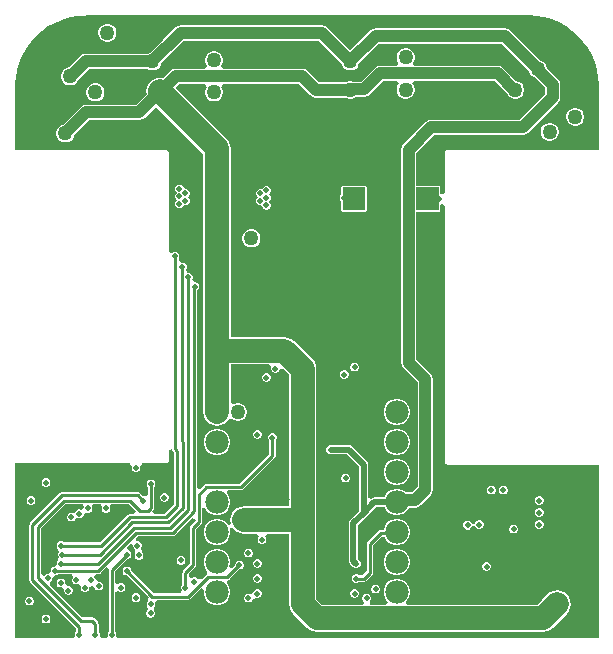
<source format=gbl>
%FSTAX23Y23*%
%MOIN*%
%SFA1B1*%

%IPPOS*%
%ADD15C,0.020000*%
%ADD51C,0.040000*%
%ADD52C,0.010000*%
%ADD53C,0.059055*%
%ADD54R,0.059055X0.059055*%
%ADD55C,0.077953*%
%ADD56C,0.019685*%
%ADD57C,0.050000*%
%ADD58C,0.118110*%
%ADD59C,0.080000*%
%LNhsmm-1*%
%LPD*%
G36*
X00735Y00974D02*
X00739Y00973D01*
X00748Y00973*
X00765Y00972*
X00791Y00967*
X00816Y0096*
X0084Y0095*
X00863Y00937*
X00885Y00922*
X00905Y00905*
X00922Y00885*
X00937Y00863*
X0095Y0084*
X0096Y00816*
X00967Y00791*
X00972Y00765*
X00973Y00748*
X00973Y00739*
X00974Y00735*
X00974Y00734*
Y00525*
X0047*
X00466Y00524*
X00462Y00522*
X0046Y00518*
X00459Y00515*
Y00382*
X00449Y00376*
X00445Y00379*
Y004*
X00443Y00403*
X0044Y00405*
X00365*
Y00435*
Y00514*
X00425Y00574*
X0072*
X00729Y00576*
X00738Y00581*
X00838Y00681*
X00843Y0069*
X00845Y007*
Y00742*
X00843Y00752*
X00838Y0076*
X008Y00798*
Y00798*
X00797Y00806*
X00794Y00813*
X00788Y00819*
X00781Y00822*
X00776Y00824*
X00678Y00923*
X00669Y00928*
X0066Y0093*
X0023*
X0022Y00928*
X00211Y00923*
X00145Y00856*
X00068Y00933*
X00059Y00938*
X0005Y0094*
X-0042*
X-00429Y00938*
X-00438Y00933*
X-00521Y00849*
X-00526Y00847*
X-0053Y00845*
X-00737*
X-00747Y00843*
X-00755Y00838*
X-00793Y008*
X-00793*
X-00801Y00797*
X-00808Y00794*
X-00814Y00788*
X-00817Y00781*
X-0082Y00773*
Y00766*
X-00817Y00758*
X-00814Y00751*
X-00808Y00745*
X-00801Y00742*
X-00793Y0074*
X-00786*
X-00778Y00742*
X-00771Y00745*
X-00765Y00751*
X-00762Y00758*
X-00761Y00759*
X-00726Y00794*
X-0053*
X-00526Y00792*
X-00518Y0079*
X-00511*
X-00503Y00792*
X-00496Y00795*
X-0049Y00801*
X-00487Y00808*
X-00485Y00813*
X-00409Y00889*
X00039*
X00115Y00813*
X00117Y00808*
X0012Y00801*
X00126Y00795*
X00133Y00792*
X00141Y0079*
X00148*
X00156Y00792*
X00163Y00795*
X00169Y00801*
X00172Y00808*
X00174Y00813*
X0024Y00879*
X00649*
X0074Y00788*
X00742Y00783*
X00745Y00776*
X00751Y0077*
X00758Y00767*
X00759Y00766*
X00794Y00731*
Y0071*
X00709Y00625*
X00415*
X00405Y00623*
X00396Y00618*
X00321Y00543*
X00316Y00534*
X00314Y00525*
Y00435*
Y-00185*
X00316Y-00194*
X00321Y-00203*
X00369Y-0025*
Y-00599*
X00351Y-00617*
X00329*
X00327Y-00614*
X00316Y-00609*
X00305Y-00606*
X00294*
X00283Y-00609*
X00272Y-00614*
X00264Y-00622*
X00259Y-00633*
X00258Y-00634*
X00225*
X00219Y-00635*
X00215Y-00638*
X00207Y-00636*
X00205Y-00635*
Y-00525*
X00204Y-00519*
X002Y-00514*
X0015Y-00464*
X00145Y-0046*
X0014Y-00459*
X0008*
X00077Y-0046*
X00077*
X00076Y-0046*
X00074Y-0046*
X00072Y-00462*
X00071Y-00462*
X00071Y-00462*
X00069Y-00464*
X00067Y-00466*
X00067Y-00466*
X00067Y-00467*
X00065Y-00469*
X00065Y-00471*
X00065Y-00472*
Y-00472*
X00064Y-00475*
X00065Y-00477*
Y-00477*
X00065Y-00478*
X00065Y-0048*
X00067Y-00482*
X00067Y-00483*
X00067Y-00483*
X00069Y-00485*
X00071Y-00487*
X00071Y-00487*
X00072Y-00487*
X00074Y-00489*
X00076Y-00489*
X00077Y-00489*
X00077*
X0008Y-0049*
X00133*
X00174Y-00531*
Y-00678*
X00144Y-00709*
X0014Y-00714*
X00139Y-0072*
Y-00845*
X0014Y-0085*
X00144Y-00855*
X00154Y-00865*
X00156Y-00867*
X00156Y-00867*
X00157Y-00867*
X00159Y-00869*
X00161Y-00869*
X00162Y-00869*
X00162*
X00165Y-0087*
X00167Y-00869*
X00167*
X00168Y-00869*
X0017Y-00869*
X00172Y-00867*
X00173Y-00867*
X00173Y-00867*
X00175Y-00865*
X00177Y-00863*
X00177Y-00863*
X00177Y-00862*
X00179Y-0086*
X00179Y-00858*
X00179Y-00857*
Y-00857*
X0018Y-00855*
X00179Y-00852*
Y-00852*
X00179Y-00851*
X00179Y-00849*
X00177Y-00847*
X00177Y-00846*
X00177Y-00846*
X00175Y-00844*
X0017Y-00838*
Y-00726*
X002Y-00695*
X00231Y-00665*
X00258*
X00259Y-00666*
X00264Y-00677*
X00272Y-00685*
X00283Y-0069*
X00294Y-00693*
X00305*
X00316Y-0069*
X00327Y-00685*
X00335Y-00677*
X0034Y-00668*
X00362*
X00372Y-00666*
X0038Y-0066*
X00413Y-00628*
X00418Y-00619*
X0042Y-0061*
Y-0024*
X00418Y-0023*
X00413Y-00221*
X00365Y-00174*
Y00319*
X0044*
X00443Y00321*
X00445Y00325*
Y0034*
X00449Y00343*
X00459Y00337*
Y-00515*
X0046Y-00518*
X00462Y-00522*
X00466Y-00524*
X0047Y-00525*
X00974*
Y-01104*
X-00628*
X-00635Y-01095*
Y-01089*
X-00637Y-01083*
X-00639Y-01081*
Y-0095*
X-00629Y-00946*
X-00628Y-00947*
X-00622Y-00949*
X-00617*
X-00611Y-00947*
X-00607Y-00943*
X-00605Y-00937*
Y-00932*
X-00607Y-00926*
X-00611Y-00922*
X-00617Y-0092*
X-00622*
X-00628Y-00922*
X-00629Y-00923*
X-00639Y-00919*
Y-00879*
X-006Y-00839*
X-00597*
X-00591Y-00837*
X-00587Y-00833*
X-00585Y-00827*
Y-00822*
X-00587Y-00816*
X-00591Y-00812*
X-00597Y-0081*
X-006Y-008*
X-00589Y-00788*
X-00583Y-0079*
X-00579Y-00793*
Y-00797*
X-00577Y-00803*
X-00574Y-00806*
X-00573Y-00807*
X-00572Y-00818*
X-00572Y-00818*
X-00574Y-00823*
Y-00829*
X-00572Y-00835*
X-00568Y-00839*
X-00563Y-00841*
X-00557*
X-00551Y-00839*
X-00547Y-00835*
X-00545Y-00829*
Y-00823*
X-00547Y-00818*
X-0055Y-00815*
X-00551Y-00814*
X-00552Y-00803*
X-00552Y-00803*
X-0055Y-00797*
Y-00792*
X-00552Y-00786*
X-00556Y-00782*
X-00562Y-0078*
X-00566*
X-00569Y-00776*
X-00571Y-0077*
X-00563Y-00763*
X-00447*
X-00443Y-00762*
X-0044Y-0076*
X-00382Y-00702*
X-00372Y-00706*
X-00371Y-00712*
X-00387Y-00727*
X-00389Y-00731*
X-0039Y-00735*
Y-00855*
X-00412Y-00877*
X-00414Y-00881*
X-00415Y-00885*
Y-00924*
X-00417Y-00926*
X-00419Y-00932*
Y-00937*
X-00417Y-00943*
X-00416Y-00944*
X-0042Y-00954*
X-0051*
X-00585Y-0088*
Y-00877*
X-00587Y-00871*
X-00591Y-00867*
X-00597Y-00865*
X-00602*
X-00608Y-00867*
X-00612Y-00871*
X-00614Y-00877*
Y-00882*
X-00612Y-00888*
X-00608Y-00892*
X-00602Y-00894*
X-00599*
X-00527Y-00966*
X-00528Y-00977*
X-00529Y-00978*
X-00532Y-00981*
X-00534Y-00987*
Y-00992*
X-00532Y-00998*
X-00532Y-00998*
X-0053Y-01005*
X-00532Y-01011*
X-00533Y-01011*
X-00535Y-01017*
Y-01023*
X-00533Y-01028*
X-00529Y-01032*
X-00524Y-01035*
X-00518*
X-00512Y-01032*
X-00508Y-01028*
X-00506Y-01023*
Y-01017*
X-00508Y-01012*
X-00508Y-01011*
X-0051Y-01004*
X-00508Y-00999*
X-00507Y-00998*
X-00505Y-00992*
Y-00987*
X-00505Y-00985*
X-00501Y-00976*
X-005Y-00975*
X-00395*
X-00391Y-00974*
X-00387Y-00972*
X-00352Y-00936*
X-00343Y-00941*
X-00343Y-00944*
Y-00955*
X-0034Y-00966*
X-00335Y-00977*
X-00327Y-00985*
X-00316Y-0099*
X-00305Y-00993*
X-00294*
X-00283Y-0099*
X-00272Y-00985*
X-00264Y-00977*
X-00259Y-00966*
X-00256Y-00955*
Y-00944*
X-00259Y-00933*
X-00264Y-00922*
X-00267Y-0092*
X-00265Y-00913*
X-00263Y-00909*
X-00261Y-00909*
X-00257Y-00907*
X-00225Y-00874*
X-00222*
X-00216Y-00872*
X-00212Y-00868*
X-0021Y-00862*
Y-00857*
X-00212Y-00851*
X-00216Y-00847*
X-00222Y-00845*
X-00227*
X-00233Y-00847*
X-00237Y-00851*
X-00239Y-00857*
Y-0086*
X-0025Y-0087*
X-00252Y-00869*
X-00258Y-00864*
X-00256Y-00855*
Y-00844*
X-00259Y-00833*
X-00264Y-00822*
X-00272Y-00814*
X-00283Y-00809*
X-00294Y-00806*
X-00305*
X-00316Y-00809*
X-00327Y-00814*
X-00335Y-00822*
X-0034Y-00833*
X-00343Y-00844*
Y-00855*
X-0034Y-00866*
X-00335Y-00877*
X-00332Y-0088*
X-00333Y-00888*
X-00335Y-00891*
X-00337Y-00892*
X-00351Y-00907*
X-00362Y-00906*
X-00366Y-00902*
X-00372Y-009*
X-00377*
X-00383Y-00902*
X-00384Y-00903*
X-00394Y-00899*
Y-00889*
X-00372Y-00867*
X-0037Y-00863*
X-00369Y-0086*
Y-00739*
X-00352Y-00722*
X-0035Y-00718*
X-00349Y-00715*
Y-0067*
X-00339Y-00669*
X-00335Y-00677*
X-00327Y-00685*
X-00316Y-0069*
X-00305Y-00693*
X-00294*
X-00283Y-0069*
X-00272Y-00685*
X-00264Y-00677*
X-00259Y-00666*
X-00256Y-00655*
Y-00644*
X-00259Y-00633*
X-00264Y-00622*
X-00267Y-0062*
X-00263Y-0061*
X-0022*
X-00216Y-00609*
X-00212Y-00607*
X-00107Y-00502*
X-00105Y-00498*
X-00104Y-00495*
Y-00445*
X-00102Y-00443*
X-001Y-00437*
Y-00432*
X-00102Y-00426*
X-00106Y-00422*
X-00112Y-0042*
X-00117*
X-00123Y-00422*
X-00127Y-00426*
X-00129Y-00432*
Y-00437*
X-00127Y-00443*
X-00125Y-00445*
Y-0049*
X-00224Y-00589*
X-00335*
X-00338Y-0059*
X-00342Y-00592*
X-00356Y-00606*
X-00365Y-00602*
Y00056*
X-00365Y00056*
X-00361Y0006*
X-00358Y00065*
Y00071*
X-00361Y00077*
X-00365Y00081*
X-0037Y00083*
X-00376*
X-00377Y00084*
X-00381Y0009*
X-00382Y00091*
X-0038Y00097*
Y00102*
X-00382Y00108*
X-00386Y00112*
X-00392Y00114*
X-00397*
X-00399Y00115*
X-00402Y00126*
X-004Y00132*
Y00137*
X-00402Y00143*
X-00406Y00147*
X-00412Y00149*
X-00417*
X-00425Y00156*
X-00427Y00161*
X-00425Y00167*
Y00172*
X-00427Y00178*
X-00431Y00182*
X-00437Y00184*
X-00442*
X-00448Y00182*
X-00449Y00181*
X-00459Y00185*
Y00515*
X-0046Y00518*
X-00462Y00522*
X-00466Y00524*
X-0047Y00525*
X-00974*
Y00585*
Y00732*
X-00973Y00734*
X-00972Y00738*
X-00972Y00747*
X-00971Y00764*
X-00967Y0079*
X-00959Y00815*
X-00949Y00839*
X-00936Y00862*
X-00921Y00884*
X-00904Y00904*
X-00884Y00921*
X-00862Y00936*
X-00839Y00949*
X-00815Y00959*
X-0079Y00967*
X-00764Y00971*
X-00747Y00972*
X-00738Y00972*
X-00734Y00973*
X-00732Y00974*
X00734*
X00735Y00974*
G37*
G36*
X0044Y00325D02*
X00365D01*
Y004*
X0044*
Y00325*
G37*
G36*
X-00449Y-00476D02*
X-00447Y-00479D01*
X-00442Y-00484*
Y-00657*
X-00474Y-00688*
X-00511*
X-00515Y-00678*
X-00512Y-00676*
X-0051Y-00673*
X-00509Y-00669*
Y-006*
X-00507Y-00598*
X-00505Y-00592*
Y-00587*
X-00507Y-00581*
X-00511Y-00577*
X-00517Y-00575*
X-00522*
X-00528Y-00577*
X-00532Y-00581*
X-00534Y-00587*
Y-00592*
X-00532Y-00598*
X-0053Y-006*
Y-00625*
X-00531Y-00626*
X-0054Y-0063*
X-00542Y-0063*
X-00545*
X-00555Y-00619*
X-00559Y-00617*
X-00563Y-00616*
X-00817*
X-0082Y-00617*
X-00824Y-00619*
X-00922Y-00717*
X-00924Y-00721*
X-00925Y-00725*
Y-0091*
X-00924Y-00913*
X-00922Y-00917*
X-0077Y-01069*
Y-01081*
X-00772Y-01083*
X-00774Y-01089*
Y-01095*
X-00781Y-01104*
X-00974*
Y-0052*
X-00589*
X-00588Y-00521*
X-00584Y-0053*
X-00584Y-00532*
Y-00537*
X-00582Y-00543*
X-00578Y-00547*
X-00572Y-00549*
X-00567*
X-00561Y-00547*
X-00557Y-00543*
X-00555Y-00537*
Y-00532*
X-00555Y-0053*
X-00551Y-00521*
X-0055Y-0052*
X-0047*
X-00466Y-00519*
X-00462Y-00517*
X-0046Y-00513*
X-00459Y-0051*
Y-00475*
X-00449Y-00474*
X-00449Y-00476*
G37*
G36*
X-00571Y-00678D02*
X-00575Y-00688D01*
X-0059*
X-00594Y-00689*
X-00597Y-00691*
X-0069Y-00784*
X-00809*
X-00811Y-00782*
X-00817Y-0078*
X-00822*
X-00828Y-00782*
X-00832Y-00786*
X-00834Y-00792*
Y-00797*
X-00832Y-00803*
X-00828Y-00807*
X-00827Y-00816*
X-00829Y-00822*
Y-00827*
X-00827Y-00833*
X-00828Y-00842*
X-00832Y-00846*
X-00834Y-00852*
Y-00855*
X-00835Y-00858*
X-00842Y-00865*
X-00842*
X-00848Y-00867*
X-00852Y-00871*
X-00854Y-00877*
Y-0088*
X-00858Y-00885*
X-00863Y-00888*
X-00866*
X-00872Y-00891*
X-00876Y-00895*
X-00877Y-00895*
X-00886Y-0089*
Y-00736*
X-00805Y-00655*
X-00749*
X-00747Y-00657*
X-00743Y-00665*
X-00744Y-00667*
Y-00669*
X-00745Y-0067*
X-00754Y-00675*
X-00756Y-00674*
X-00762*
X-00767Y-00676*
X-00772Y-00681*
X-00775Y-00686*
X-00782Y-00685*
X-00787*
X-00793Y-00687*
X-00797Y-00691*
X-00799Y-00697*
Y-00702*
X-00797Y-00708*
X-00793Y-00712*
X-00787Y-00714*
X-00782*
X-00776Y-00712*
X-00772Y-00708*
X-00768Y-00703*
X-00762Y-00704*
X-00756*
X-00751Y-00702*
X-00746Y-00697*
X-00744Y-00692*
Y-0069*
X-00743Y-00689*
X-00735Y-00684*
X-00732Y-00685*
X-00727*
X-00721Y-00683*
X-00717Y-00679*
X-00715Y-00673*
Y-00667*
X-00716Y-00665*
X-00712Y-00657*
X-0071Y-00655*
X-00689*
X-00687Y-00657*
X-00683Y-00665*
X-00684Y-00667*
Y-00673*
X-00682Y-00679*
X-00678Y-00683*
X-00672Y-00685*
X-00667*
X-00661Y-00683*
X-00657Y-00679*
X-00655Y-00673*
Y-00667*
X-00656Y-00665*
X-00652Y-00657*
X-0065Y-00655*
X-00594*
X-00571Y-00678*
G37*
G36*
X-00659Y-00873D02*
X-0066Y-00875D01*
Y-01081*
X-00662Y-01083*
X-00664Y-01089*
Y-01095*
X-00671Y-01104*
X-00683*
X-0069Y-01095*
Y-01089*
X-00692Y-01083*
X-00694Y-01081*
Y-01055*
X-00695Y-01051*
X-00697Y-01047*
X-00707Y-01037*
X-00711Y-01035*
X-00715Y-01034*
X-0075*
X-00857Y-00927*
X-00855Y-00916*
X-00851Y-00912*
X-00848Y-00906*
Y-00903*
X-00845Y-00898*
X-0084Y-00894*
X-00837*
X-00831Y-00892*
X-00829Y-0089*
X-00784*
X-0078Y-009*
X-00781Y-00901*
X-00784Y-00907*
Y-00912*
X-00781Y-00918*
X-00777Y-00922*
X-00772Y-00924*
X-00766*
X-00761Y-00922*
X-00758Y-00924*
X-00753Y-00929*
X-00754Y-00932*
Y-00937*
X-00752Y-00943*
X-00748Y-00947*
X-00742Y-00949*
X-00737*
X-00731Y-00947*
X-00727Y-00943*
X-00725Y-00937*
Y-00934*
X-00724Y-00931*
X-00717Y-00925*
X-00716Y-00925*
X-00709Y-00932*
Y-00932*
X-00706Y-00938*
X-00702Y-00942*
X-00697Y-00944*
X-00691*
X-00685Y-00942*
X-00681Y-00938*
X-00679Y-00932*
Y-00927*
X-00681Y-00921*
X-00685Y-00917*
X-00691Y-00915*
X-00695*
X-00697Y-00914*
X-00705Y-00907*
Y-00907*
X-00707Y-00901*
X-00708Y-009*
X-00704Y-0089*
X-00695*
X-00691Y-00889*
X-00687Y-00887*
X-00668Y-00867*
X-00659Y-00873*
G37*
%LNhsmm-2*%
%LPC*%
G36*
X-00661Y00945D02*
X-00668D01*
X-00676Y00942*
X-00683Y00939*
X-00689Y00933*
X-00692Y00926*
X-00695Y00918*
Y00911*
X-00692Y00903*
X-00689Y00896*
X-00683Y0089*
X-00676Y00887*
X-00668Y00885*
X-00661*
X-00653Y00887*
X-00646Y0089*
X-0064Y00896*
X-00637Y00903*
X-00635Y00911*
Y00918*
X-00637Y00926*
X-0064Y00933*
X-00646Y00939*
X-00653Y00942*
X-00661Y00945*
G37*
G36*
X00333Y00863D02*
X00326D01*
X00318Y0086*
X00311Y00857*
X00305Y00851*
X00302Y00844*
X003Y00836*
Y00829*
X00302Y00821*
X00305Y00815*
X00304Y00811*
X003Y00805*
X00245*
X00235Y00803*
X00226Y00798*
X00181Y00752*
X00157*
X00156Y00752*
X00148Y00755*
X00141*
X00133Y00752*
X00129Y0075*
X0004*
X00003Y00788*
X-00005Y00793*
X-00015Y00795*
X-0028*
X-00284Y00801*
X-00285Y00805*
X-00282Y00811*
X-0028Y00819*
Y00826*
X-00282Y00834*
X-00285Y00841*
X-00291Y00847*
X-00298Y0085*
X-00306Y00853*
X-00313*
X-00321Y0085*
X-00328Y00847*
X-00334Y00841*
X-00337Y00834*
X-0034Y00826*
Y00819*
X-00337Y00811*
X-00334Y00805*
X-00335Y00801*
X-00339Y00795*
X-00437*
X-00447Y00793*
X-00455Y00788*
X-00479Y00763*
X-0049Y00765*
X-00501Y00763*
X-00512Y00759*
X-00522Y00752*
X-00529Y00742*
X-00533Y00731*
X-00535Y0072*
X-00534Y00711*
X-0057Y00675*
X-00735*
X-00744Y00673*
X-00753Y00668*
X-00811Y00609*
X-00816Y00607*
X-00823Y00604*
X-00829Y00598*
X-00832Y00591*
X-00835Y00583*
Y00576*
X-00832Y00568*
X-00829Y00561*
X-00823Y00555*
X-00816Y00552*
X-00808Y0055*
X-00801*
X-00793Y00552*
X-00786Y00555*
X-0078Y00561*
X-00777Y00568*
X-00775Y00573*
X-00724Y00624*
X-0056*
X-0055Y00626*
X-00541Y00631*
X-00504Y00669*
X-00345Y00511*
Y-00145*
Y-0035*
X-00343Y-00361*
X-00339Y-00372*
X-00332Y-00382*
X-00322Y-00389*
X-00311Y-00393*
X-003Y-00395*
X-00288Y-00393*
X-00277Y-00389*
X-00267Y-00382*
X-00261Y-00374*
X-00261Y-00373*
X-00255Y-00372*
X-00249Y-00372*
X-00248Y-00374*
X-00241Y-00377*
X-00233Y-0038*
X-00226*
X-00218Y-00377*
X-00211Y-00374*
X-00205Y-00368*
X-00202Y-00361*
X-002Y-00353*
Y-00346*
X-00202Y-00338*
X-00205Y-00331*
X-00211Y-00325*
X-00218Y-00322*
X-00226Y-0032*
X-00233*
X-00241Y-00322*
X-00244Y-00323*
X-00254Y-00319*
X-00254Y-00318*
Y-0019*
X-00125*
X-00123Y-00191*
X-00119Y-002*
X-00119Y-00202*
Y-00207*
X-00117Y-00213*
X-00113Y-00217*
X-00107Y-00219*
X-00102*
X-00096Y-00217*
X-00092Y-00213*
X-0009Y-00207*
X-0008Y-00204*
X-00058Y-00225*
Y-00636*
X-00057Y-0064*
X-00058Y-00644*
Y-00664*
X-0021*
X-00221Y-00666*
X-00232Y-0067*
X-00242Y-00677*
X-00249Y-00687*
X-00253Y-00698*
X-00255Y-0071*
X-00253Y-00721*
X-00253Y-00722*
X-00262Y-00727*
X-00264Y-00722*
X-00272Y-00714*
X-00283Y-00709*
X-00294Y-00706*
X-00305*
X-00316Y-00709*
X-00327Y-00714*
X-00335Y-00722*
X-0034Y-00733*
X-00343Y-00744*
Y-00755*
X-0034Y-00766*
X-00335Y-00777*
X-00327Y-00785*
X-00316Y-0079*
X-00305Y-00793*
X-00294*
X-00283Y-0079*
X-00272Y-00785*
X-00264Y-00777*
X-00259Y-00766*
X-00256Y-00755*
Y-00744*
X-00257Y-00737*
X-00249Y-00732*
X-00242Y-00742*
X-00232Y-00749*
X-00221Y-00753*
X-0021Y-00755*
X-00165*
X-00161Y-00765*
X-00162Y-00766*
X-00164Y-00772*
Y-00777*
X-00162Y-00783*
X-00158Y-00787*
X-00152Y-00789*
X-00147*
X-00141Y-00787*
X-00137Y-00783*
X-00135Y-00777*
Y-00772*
X-00137Y-00766*
X-00138Y-00765*
X-00134Y-00755*
X-00058*
Y-0099*
X-00056Y-01001*
X-00052Y-01012*
X-00045Y-01022*
X00001Y-01069*
X00011Y-01076*
X00022Y-0108*
X00033Y-01082*
X00788*
X00799Y-0108*
X0081Y-01076*
X0082Y-01069*
X00867Y-01022*
X00874Y-01012*
X00878Y-01001*
X0088Y-0099*
X00878Y-00978*
X00874Y-00967*
X00867Y-00957*
X00857Y-0095*
X00846Y-00946*
X00835Y-00944*
X00823Y-00946*
X00812Y-0095*
X00802Y-00957*
X00769Y-00991*
X00334*
X0033Y-00981*
X00335Y-00977*
X0034Y-00966*
X00343Y-00955*
Y-00944*
X0034Y-00933*
X00335Y-00922*
X00327Y-00914*
X00316Y-00909*
X00305Y-00906*
X00294*
X00283Y-00909*
X00272Y-00914*
X00264Y-00922*
X00259Y-00933*
X00256Y-00944*
Y-00955*
X00259Y-00966*
X00264Y-00977*
X00269Y-00981*
X00265Y-00991*
X00212*
X0021Y-00986*
X00209Y-00981*
X00212Y-00978*
X00214Y-00972*
Y-00967*
X00212Y-00961*
X00208Y-00957*
X00202Y-00955*
X00197*
X00191Y-00957*
X00187Y-00961*
X00185Y-00967*
Y-00972*
X00187Y-00978*
X0019Y-00981*
X00189Y-00986*
X00187Y-00991*
X00052*
X00032Y-00971*
Y-00644*
X00031Y-0064*
X00032Y-00636*
Y-00207*
X0003Y-00195*
X00026Y-00184*
X00019Y-00174*
X-00042Y-00112*
X-00052Y-00105*
X-00063Y-00101*
X-00075Y-00099*
X-00254*
Y0053*
X-00256Y00541*
X-0026Y00552*
X-00267Y00562*
X-00438Y00732*
X-00426Y00744*
X-00339*
X-00335Y00738*
X-00334Y00734*
X-00337Y00728*
X-0034Y0072*
Y00713*
X-00337Y00705*
X-00334Y00698*
X-00328Y00692*
X-00321Y00689*
X-00313Y00687*
X-00306*
X-00298Y00689*
X-00291Y00692*
X-00285Y00698*
X-00282Y00705*
X-0028Y00713*
Y0072*
X-00282Y00728*
X-00285Y00734*
X-00284Y00738*
X-0028Y00744*
X-00025*
X00011Y00706*
X0002Y00701*
X0003Y00699*
X00129*
X00133Y00697*
X00141Y00695*
X00148*
X00156Y00697*
X00163Y007*
X00163Y00701*
X00191*
X00201Y00703*
X00209Y00708*
X00255Y00754*
X00302*
X00307Y00744*
X00305Y00743*
X00302Y00736*
X003Y00728*
Y00721*
X00302Y00713*
X00305Y00706*
X00311Y007*
X00318Y00697*
X00326Y00695*
X00333*
X00341Y00697*
X00348Y007*
X00354Y00706*
X00357Y00713*
X0036Y00721*
Y00728*
X00357Y00736*
X00354Y00743*
X00352Y00744*
X00357Y00754*
X00626*
X00666Y00714*
X00667Y00713*
X0067Y00706*
X00676Y007*
X00683Y00697*
X00691Y00695*
X00698*
X00706Y00697*
X00713Y007*
X00719Y00706*
X00722Y00713*
X00725Y00721*
Y00728*
X00722Y00736*
X00719Y00743*
X00713Y00749*
X00706Y00752*
X00698Y00755*
X00698*
X00655Y00798*
X00647Y00803*
X00637Y00805*
X00359*
X00355Y00811*
X00354Y00815*
X00357Y00821*
X0036Y00829*
Y00836*
X00357Y00844*
X00354Y00851*
X00348Y00857*
X00341Y0086*
X00333Y00863*
G37*
G36*
X-00701Y00747D02*
X-00708D01*
X-00716Y00744*
X-00723Y00741*
X-00729Y00735*
X-00732Y00728*
X-00735Y0072*
Y00713*
X-00732Y00705*
X-00729Y00698*
X-00723Y00692*
X-00716Y00689*
X-00708Y00687*
X-00701*
X-00693Y00689*
X-00686Y00692*
X-0068Y00698*
X-00677Y00705*
X-00675Y00713*
Y0072*
X-00677Y00728*
X-0068Y00735*
X-00686Y00741*
X-00693Y00744*
X-00701Y00747*
G37*
G36*
X00898Y00665D02*
X00891D01*
X00883Y00662*
X00876Y00659*
X0087Y00653*
X00867Y00646*
X00865Y00638*
Y00631*
X00867Y00623*
X0087Y00616*
X00876Y0061*
X00883Y00607*
X00891Y00605*
X00898*
X00906Y00607*
X00913Y0061*
X00919Y00616*
X00922Y00623*
X00925Y00631*
Y00638*
X00922Y00646*
X00919Y00653*
X00913Y00659*
X00906Y00662*
X00898Y00665*
G37*
G36*
X00813Y00615D02*
X00806D01*
X00798Y00612*
X00791Y00609*
X00785Y00603*
X00782Y00596*
X0078Y00588*
Y00581*
X00782Y00573*
X00785Y00566*
X00791Y0056*
X00798Y00557*
X00806Y00555*
X00813*
X00821Y00557*
X00828Y0056*
X00834Y00566*
X00837Y00573*
X0084Y00581*
Y00588*
X00837Y00596*
X00834Y00603*
X00828Y00609*
X00821Y00612*
X00813Y00615*
G37*
G36*
X-00132Y00404D02*
X-00137D01*
X-00143Y00402*
X-00147Y00398*
X-00149Y00393*
X-00152Y00394*
X-00157*
X-00163Y00392*
X-00167Y00388*
X-00169Y00382*
Y00377*
X-00167Y00371*
X-00163Y00367*
X-00167Y00363*
X-00169Y00357*
Y00352*
X-00167Y00346*
X-00163Y00342*
X-00157Y0034*
X-00152*
X-00147Y00331*
X-00143Y00327*
X-00137Y00325*
X-00132*
X-00126Y00327*
X-00122Y00331*
X-0012Y00337*
Y00342*
X-00122Y00348*
X-00126Y00352*
X-00122Y00356*
X-0012Y00362*
Y00367*
X-00122Y00373*
X-00126Y00377*
X-00122Y00381*
X-0012Y00387*
Y00392*
X-00122Y00398*
X-00126Y00402*
X-00132Y00404*
G37*
G36*
X-00422Y00409D02*
X-00427D01*
X-00433Y00407*
X-00437Y00403*
X-00439Y00397*
Y00392*
X-00437Y00386*
X-00433Y00382*
X-00437Y00378*
X-00439Y00372*
Y00367*
X-00437Y00361*
X-00433Y00357*
X-00437Y00353*
X-00439Y00347*
Y00342*
X-00437Y00336*
X-00433Y00332*
X-00427Y0033*
X-00422*
X-00416Y00332*
X-00412Y00336*
X-0041Y00341*
X-00407Y0034*
X-00402*
X-00396Y00342*
X-00392Y00346*
X-0039Y00352*
Y00357*
X-00392Y00363*
X-00396Y00367*
X-00392Y00371*
X-0039Y00377*
Y00382*
X-00392Y00388*
X-00396Y00392*
X-00402Y00394*
X-00407*
X-00412Y00403*
X-00416Y00407*
X-00422Y00409*
G37*
G36*
X00195Y00405D02*
X0012D01*
X00116Y00403*
X00114Y004*
Y00375*
X00112Y00373*
X0011Y00367*
Y00362*
X00112Y00356*
X00114Y00354*
Y00325*
X00116Y00321*
X0012Y00319*
X00195*
X00198Y00321*
X002Y00325*
Y004*
X00198Y00403*
X00195Y00405*
G37*
G36*
X-00181Y0026D02*
X-00188D01*
X-00196Y00257*
X-00203Y00254*
X-00209Y00248*
X-00212Y00241*
X-00215Y00233*
Y00226*
X-00212Y00218*
X-00209Y00211*
X-00203Y00205*
X-00196Y00202*
X-00188Y002*
X-00181*
X-00173Y00202*
X-00166Y00205*
X-0016Y00211*
X-00157Y00218*
X-00155Y00226*
Y00233*
X-00157Y00241*
X-0016Y00248*
X-00166Y00254*
X-00173Y00257*
X-00181Y0026*
G37*
G36*
X00162Y-00185D02*
X00157D01*
X00151Y-00187*
X00147Y-00191*
X00145Y-00197*
Y-00202*
X00147Y-00208*
X00151Y-00212*
X00157Y-00214*
X00162*
X00168Y-00212*
X00172Y-00208*
X00174Y-00202*
Y-00197*
X00172Y-00191*
X00168Y-00187*
X00162Y-00185*
G37*
G36*
X00127Y-0021D02*
X00122D01*
X00116Y-00212*
X00112Y-00216*
X0011Y-00222*
Y-00227*
X00112Y-00233*
X00116Y-00237*
X00122Y-00239*
X00127*
X00133Y-00237*
X00137Y-00233*
X00139Y-00227*
Y-00222*
X00137Y-00216*
X00133Y-00212*
X00127Y-0021*
G37*
G36*
X-00132Y-0022D02*
X-00137D01*
X-00143Y-00222*
X-00147Y-00226*
X-00149Y-00232*
Y-00237*
X-00147Y-00243*
X-00143Y-00247*
X-00137Y-00249*
X-00132*
X-00126Y-00247*
X-00122Y-00243*
X-0012Y-00237*
Y-00232*
X-00122Y-00226*
X-00126Y-00222*
X-00132Y-0022*
G37*
G36*
X00305Y-00306D02*
X00294D01*
X00283Y-00309*
X00272Y-00314*
X00264Y-00322*
X00259Y-00333*
X00256Y-00344*
Y-00355*
X00259Y-00366*
X00264Y-00377*
X00272Y-00385*
X00283Y-0039*
X00294Y-00393*
X00305*
X00316Y-0039*
X00327Y-00385*
X00335Y-00377*
X0034Y-00366*
X00343Y-00355*
Y-00344*
X0034Y-00333*
X00335Y-00322*
X00327Y-00314*
X00316Y-00309*
X00305Y-00306*
G37*
G36*
X-00162Y-0041D02*
X-00167D01*
X-00173Y-00412*
X-00177Y-00416*
X-00179Y-00422*
Y-00427*
X-00177Y-00433*
X-00173Y-00437*
X-00167Y-00439*
X-00162*
X-00156Y-00437*
X-00152Y-00433*
X-0015Y-00427*
Y-00422*
X-00152Y-00416*
X-00156Y-00412*
X-00162Y-0041*
G37*
G36*
X00305Y-00406D02*
X00294D01*
X00283Y-00409*
X00272Y-00414*
X00264Y-00422*
X00259Y-00433*
X00256Y-00444*
Y-00455*
X00259Y-00466*
X00264Y-00477*
X00272Y-00485*
X00283Y-0049*
X00294Y-00493*
X00305*
X00316Y-0049*
X00327Y-00485*
X00335Y-00477*
X0034Y-00466*
X00343Y-00455*
Y-00444*
X0034Y-00433*
X00335Y-00422*
X00327Y-00414*
X00316Y-00409*
X00305Y-00406*
G37*
G36*
X-00294D02*
X-00305D01*
X-00316Y-00409*
X-00327Y-00414*
X-00335Y-00422*
X-0034Y-00433*
X-00343Y-00444*
Y-00455*
X-0034Y-00466*
X-00335Y-00477*
X-00327Y-00485*
X-00316Y-0049*
X-00305Y-00493*
X-00294*
X-00283Y-0049*
X-00272Y-00485*
X-00264Y-00477*
X-00259Y-00466*
X-00256Y-00455*
Y-00444*
X-00259Y-00433*
X-00264Y-00422*
X-00272Y-00414*
X-00283Y-00409*
X-00294Y-00406*
G37*
G36*
X00132Y-00555D02*
X00127D01*
X00121Y-00557*
X00117Y-00561*
X00115Y-00567*
Y-00572*
X00117Y-00578*
X00121Y-00582*
X00127Y-00584*
X00132*
X00138Y-00582*
X00142Y-00578*
X00144Y-00572*
Y-00567*
X00142Y-00561*
X00138Y-00557*
X00132Y-00555*
G37*
G36*
X00305Y-00506D02*
X00294D01*
X00283Y-00509*
X00272Y-00514*
X00264Y-00522*
X00259Y-00533*
X00256Y-00544*
Y-00555*
X00259Y-00566*
X00264Y-00577*
X00272Y-00585*
X00283Y-0059*
X00294Y-00593*
X00305*
X00316Y-0059*
X00327Y-00585*
X00335Y-00577*
X0034Y-00566*
X00343Y-00555*
Y-00544*
X0034Y-00533*
X00335Y-00522*
X00327Y-00514*
X00316Y-00509*
X00305Y-00506*
G37*
G36*
X00657Y-00595D02*
X00652D01*
X00646Y-00597*
X00642Y-00601*
X0064Y-00607*
Y-00612*
X00642Y-00618*
X00646Y-00622*
X00652Y-00624*
X00657*
X00663Y-00622*
X00667Y-00618*
X00669Y-00612*
Y-00607*
X00667Y-00601*
X00663Y-00597*
X00657Y-00595*
G37*
G36*
X00617D02*
X00612D01*
X00606Y-00597*
X00602Y-00601*
X006Y-00607*
Y-00612*
X00602Y-00618*
X00606Y-00622*
X00612Y-00624*
X00617*
X00623Y-00622*
X00627Y-00618*
X00629Y-00612*
Y-00607*
X00627Y-00601*
X00623Y-00597*
X00617Y-00595*
G37*
G36*
X00777Y-0063D02*
X00772D01*
X00766Y-00632*
X00762Y-00636*
X0076Y-00642*
Y-00647*
X00762Y-00653*
X00766Y-00657*
X00772Y-00659*
X00777*
X00783Y-00657*
X00787Y-00653*
X00789Y-00647*
Y-00642*
X00787Y-00636*
X00783Y-00632*
X00777Y-0063*
G37*
G36*
Y-0067D02*
X00772D01*
X00766Y-00672*
X00762Y-00676*
X0076Y-00682*
Y-00687*
X00762Y-00693*
X00766Y-00697*
X00772Y-00699*
X00777*
X00783Y-00697*
X00787Y-00693*
X00789Y-00687*
Y-00682*
X00787Y-00676*
X00783Y-00672*
X00777Y-0067*
G37*
G36*
X00577Y-0071D02*
X00572D01*
X00566Y-00712*
X00562Y-00716*
X00561Y-00719*
X0056Y-00721*
X00556Y-00721*
X0055Y-00721*
X0055Y-00721*
X00549Y-0072*
X00548Y-00717*
X00544Y-00713*
X00539Y-00711*
X00533*
X00527Y-00713*
X00523Y-00717*
X00521Y-00723*
Y-00729*
X00523Y-00734*
X00527Y-00738*
X00533Y-00741*
X00539*
X00544Y-00738*
X00548Y-00734*
X0055Y-00731*
X0055Y-0073*
X00554Y-00729*
X0056Y-00729*
X00561Y-0073*
X00561Y-00731*
X00562Y-00733*
X00566Y-00737*
X00572Y-00739*
X00577*
X00583Y-00737*
X00587Y-00733*
X00589Y-00727*
Y-00722*
X00587Y-00716*
X00583Y-00712*
X00577Y-0071*
G37*
G36*
X00777D02*
X00772D01*
X00766Y-00712*
X00762Y-00716*
X0076Y-00722*
Y-00727*
X00762Y-00733*
X00766Y-00737*
X00772Y-00739*
X00777*
X00783Y-00737*
X00787Y-00733*
X00789Y-00727*
Y-00722*
X00787Y-00716*
X00783Y-00712*
X00777Y-0071*
G37*
G36*
X00692Y-00725D02*
X00687D01*
X00681Y-00727*
X00677Y-00731*
X00675Y-00737*
Y-00742*
X00677Y-00748*
X00681Y-00752*
X00687Y-00754*
X00692*
X00698Y-00752*
X00702Y-00748*
X00704Y-00742*
Y-00737*
X00702Y-00731*
X00698Y-00727*
X00692Y-00725*
G37*
G36*
X00305Y-00706D02*
X00294D01*
X00283Y-00709*
X00272Y-00714*
X00264Y-00722*
X00259Y-00733*
X00256Y-00743*
X00246*
X00242Y-00744*
X00238Y-00746*
X00202Y-00782*
X002Y-00786*
X00199Y-0079*
Y-0088*
X00185Y-00894*
X00175*
X00173Y-00892*
X00167Y-0089*
X00162*
X00156Y-00892*
X00152Y-00896*
X0015Y-00902*
Y-00907*
X00152Y-00913*
X00156Y-00917*
X00162Y-00919*
X00167*
X00173Y-00917*
X00175Y-00915*
X0019*
X00193Y-00914*
X00197Y-00912*
X00217Y-00892*
X00219Y-00888*
X0022Y-00885*
Y-00794*
X00248Y-00765*
X00258Y-00766*
X00259Y-00767*
X00264Y-00777*
X00272Y-00785*
X00283Y-0079*
X00294Y-00793*
X00305*
X00316Y-0079*
X00327Y-00785*
X00335Y-00777*
X0034Y-00766*
X00343Y-00755*
Y-00744*
X0034Y-00733*
X00335Y-00722*
X00327Y-00714*
X00316Y-00709*
X00305Y-00706*
G37*
G36*
X-00192Y-00805D02*
X-00197D01*
X-00203Y-00807*
X-00207Y-00811*
X-00209Y-00817*
Y-00822*
X-00207Y-00828*
X-00203Y-00832*
X-00197Y-00834*
X-00192*
X-00186Y-00832*
X-00182Y-00828*
X-0018Y-00822*
Y-00817*
X-00182Y-00811*
X-00186Y-00807*
X-00192Y-00805*
G37*
G36*
X-00417Y-00829D02*
X-00422D01*
X-00428Y-00831*
X-00432Y-00835*
X-00434Y-00841*
Y-00847*
X-00432Y-00852*
X-00428Y-00856*
X-00422Y-00859*
X-00417*
X-00411Y-00856*
X-00407Y-00852*
X-00405Y-00847*
Y-00841*
X-00407Y-00835*
X-00411Y-00831*
X-00417Y-00829*
G37*
G36*
X-00162Y-0084D02*
X-00167D01*
X-00173Y-00842*
X-00177Y-00846*
X-00179Y-00852*
Y-00857*
X-00177Y-00863*
X-00173Y-00867*
X-00167Y-00869*
X-00162*
X-00156Y-00867*
X-00152Y-00863*
X-0015Y-00857*
Y-00852*
X-00152Y-00846*
X-00156Y-00842*
X-00162Y-0084*
G37*
G36*
X00602Y-0085D02*
X00597D01*
X00591Y-00852*
X00587Y-00856*
X00585Y-00862*
Y-00867*
X00587Y-00873*
X00591Y-00877*
X00597Y-00879*
X00602*
X00608Y-00877*
X00612Y-00873*
X00614Y-00867*
Y-00862*
X00612Y-00856*
X00608Y-00852*
X00602Y-0085*
G37*
G36*
X00305Y-00806D02*
X00294D01*
X00283Y-00809*
X00272Y-00814*
X00264Y-00822*
X00259Y-00833*
X00256Y-00844*
Y-00855*
X00259Y-00866*
X00264Y-00877*
X00272Y-00885*
X00283Y-0089*
X00294Y-00893*
X00305*
X00316Y-0089*
X00327Y-00885*
X00335Y-00877*
X0034Y-00866*
X00343Y-00855*
Y-00844*
X0034Y-00833*
X00335Y-00822*
X00327Y-00814*
X00316Y-00809*
X00305Y-00806*
G37*
G36*
X-00162Y-0089D02*
X-00167D01*
X-00173Y-00892*
X-00177Y-00896*
X-00179Y-00902*
Y-00907*
X-00177Y-00913*
X-00173Y-00917*
X-00167Y-00919*
X-00162*
X-00156Y-00917*
X-00152Y-00913*
X-0015Y-00907*
Y-00902*
X-00152Y-00896*
X-00156Y-00892*
X-00162Y-0089*
G37*
G36*
X00232Y-00925D02*
X00227D01*
X00221Y-00927*
X00217Y-00931*
X00215Y-00937*
Y-00942*
X00217Y-00948*
X00221Y-00952*
X00227Y-00954*
X00232*
X00238Y-00952*
X00242Y-00948*
X00244Y-00942*
Y-00937*
X00242Y-00931*
X00238Y-00927*
X00232Y-00925*
G37*
G36*
X-00162Y-0094D02*
X-00167D01*
X-00173Y-00942*
X-00177Y-00946*
X-00179Y-0095*
X-00181Y-00952*
X-00189Y-00956*
X-00192Y-00955*
X-00197*
X-00203Y-00957*
X-00207Y-00961*
X-00209Y-00967*
Y-00972*
X-00207Y-00978*
X-00203Y-00982*
X-00197Y-00984*
X-00192*
X-00186Y-00982*
X-00182Y-00978*
X-0018Y-00974*
X-00178Y-00972*
X-0017Y-00968*
X-00167Y-00969*
X-00162*
X-00156Y-00967*
X-00152Y-00963*
X-0015Y-00957*
Y-00952*
X-00152Y-00946*
X-00156Y-00942*
X-00162Y-0094*
G37*
G36*
X00162D02*
X00157D01*
X00151Y-00942*
X00147Y-00946*
X00145Y-00952*
Y-00957*
X00147Y-00963*
X00151Y-00967*
X00157Y-00969*
X00162*
X00168Y-00967*
X00172Y-00963*
X00174Y-00957*
Y-00952*
X00172Y-00946*
X00168Y-00942*
X00162Y-0094*
G37*
G36*
X-00567Y-00954D02*
X-00572D01*
X-00578Y-00956*
X-00582Y-0096*
X-00584Y-00966*
Y-00972*
X-00582Y-00977*
X-00578Y-00981*
X-00572Y-00984*
X-00567*
X-00561Y-00981*
X-00557Y-00977*
X-00555Y-00972*
Y-00966*
X-00557Y-0096*
X-00561Y-00956*
X-00567Y-00954*
G37*
%LNhsmm-3*%
%LPD*%
G36*
X00195Y00325D02*
X0012D01*
Y004*
X00195*
Y00325*
G37*
%LNhsmm-4*%
%LPC*%
G36*
X-00867Y-0057D02*
X-00872D01*
X-00878Y-00572*
X-00882Y-00576*
X-00884Y-00582*
Y-00587*
X-00882Y-00593*
X-00878Y-00597*
X-00872Y-00599*
X-00867*
X-00861Y-00597*
X-00857Y-00593*
X-00855Y-00587*
Y-00582*
X-00857Y-00576*
X-00861Y-00572*
X-00867Y-0057*
G37*
G36*
X-00472Y-0062D02*
X-00477D01*
X-00483Y-00622*
X-00487Y-00626*
X-00489Y-00632*
Y-00637*
X-00487Y-00643*
X-00483Y-00647*
X-00477Y-00649*
X-00472*
X-00466Y-00647*
X-00462Y-00643*
X-0046Y-00637*
Y-00632*
X-00462Y-00626*
X-00466Y-00622*
X-00472Y-0062*
G37*
G36*
X-00917Y-0063D02*
X-00922D01*
X-00928Y-00632*
X-00932Y-00636*
X-00934Y-00642*
Y-00647*
X-00932Y-00653*
X-00928Y-00657*
X-00922Y-00659*
X-00917*
X-00911Y-00657*
X-00907Y-00653*
X-00905Y-00647*
Y-00642*
X-00907Y-00636*
X-00911Y-00632*
X-00917Y-0063*
G37*
G36*
X-00922Y-00965D02*
X-00927D01*
X-00933Y-00967*
X-00937Y-00971*
X-00939Y-00977*
Y-00982*
X-00937Y-00988*
X-00933Y-00992*
X-00927Y-00994*
X-00922*
X-00916Y-00992*
X-00912Y-00988*
X-0091Y-00982*
Y-00977*
X-00912Y-00971*
X-00916Y-00967*
X-00922Y-00965*
G37*
G36*
X-00867Y-01025D02*
X-00872D01*
X-00878Y-01027*
X-00882Y-01031*
X-00884Y-01037*
Y-01042*
X-00882Y-01048*
X-00878Y-01052*
X-00872Y-01054*
X-00867*
X-00861Y-01052*
X-00857Y-01048*
X-00855Y-01042*
Y-01037*
X-00857Y-01031*
X-00861Y-01027*
X-00867Y-01025*
G37*
G36*
X-00817Y-00905D02*
X-00822D01*
X-00828Y-00907*
X-00832Y-00911*
X-00834Y-00917*
Y-00922*
X-00832Y-00928*
X-00828Y-00932*
X-00822Y-00934*
X-00817*
X-00809Y-00942*
Y-00947*
X-00807Y-00953*
X-00803Y-00957*
X-00797Y-00959*
X-00792*
X-00786Y-00957*
X-00782Y-00953*
X-0078Y-00947*
Y-00942*
X-00782Y-00936*
X-00786Y-00932*
X-00792Y-0093*
X-00797*
X-00805Y-00922*
Y-00917*
X-00807Y-00911*
X-00811Y-00907*
X-00817Y-00905*
G37*
%LNhsmm-5*%
%LPD*%
G54D15*
X0019Y-00685D02*
X00225Y-0065D01*
X00155Y-0072D02*
X0019Y-00685D01*
X0008Y-00475D02*
X0014D01*
X0019Y-00685D02*
Y-00525D01*
X0014Y-00475D02*
X0019Y-00525D01*
X00225Y-0065D02*
X003D01*
X00155Y-00845D02*
X00165Y-00855D01*
X00155Y-00845D02*
Y-0072D01*
G54D51*
X0034Y-00185D02*
Y00435D01*
X003Y-0065D02*
X00307Y-00642D01*
X00362*
X00395Y-0061*
Y-0024*
X0034Y-00185D02*
X00395Y-0024D01*
X0034Y00525D02*
X00415Y006D01*
X0034Y00435D02*
Y00525D01*
X0072Y006D02*
X0082Y007D01*
X00415Y006D02*
X0072D01*
X0082Y007D02*
Y00742D01*
X0077Y00792D02*
X0082Y00742D01*
X0077Y00792D02*
Y00795D01*
X00692Y00725D02*
X00695D01*
X00245Y0078D02*
X00637D01*
X00692Y00725*
X0003D02*
X00145D01*
X-00015Y0077D02*
X0003Y00725D01*
X-00487Y0072D02*
X-00437Y0077D01*
X-00015*
X-0049Y0072D02*
X-00487D01*
X00191Y00726D02*
X00245Y0078D01*
X00145Y00725D02*
X00146Y00726D01*
X00191*
X0066Y00905D02*
X0077Y00795D01*
X0023Y00905D02*
X0066D01*
X00145Y0082D02*
X0023Y00905D01*
X0005Y00915D02*
X00145Y0082D01*
X-0042Y00915D02*
X0005D01*
X-00515Y0082D02*
X-0042Y00915D01*
X-0056Y0065D02*
X-0049Y0072D01*
X-00805Y0058D02*
X-00735Y0065D01*
X-0056*
X-00737Y0082D02*
X-00515D01*
X-0079Y0077D02*
X-00787D01*
X-00737Y0082*
G54D52*
X00246Y-00753D02*
X00296D01*
X0021Y-0079D02*
X00246Y-00753D01*
X00296D02*
X003Y-0075D01*
X0021Y-00885D02*
Y-0079D01*
X00165Y-00905D02*
X0019D01*
X0021Y-00885*
X-006Y-0088D02*
X-00515Y-00965D01*
X-00395D02*
X-0033Y-009D01*
X-00515Y-00965D02*
X-00395D01*
X-00265Y-009D02*
X-00225Y-0086D01*
X-0033Y-009D02*
X-00265D01*
X-00115Y-00495D02*
Y-00435D01*
X-0022Y-006D02*
X-00115Y-00495D01*
X-00335Y-006D02*
X-0022D01*
X-0052Y-00669D02*
Y-0059D01*
X-0059Y-00645D02*
X-00555Y-0068D01*
X-00563Y-00627D02*
X-00545Y-00645D01*
X-00809D02*
X-0059D01*
X-00915Y-00725D02*
X-00817Y-00627D01*
X-00563*
X-00555Y-0068D02*
X-0053D01*
X-00897Y-00732D02*
X-00809Y-00645D01*
X-00405Y-00935D02*
Y-00885D01*
X-0038Y-0086*
X-0036Y-00625D02*
X-00335Y-006D01*
X-0036Y-00715D02*
Y-00625D01*
X-0038Y-00735D02*
X-0036Y-00715D01*
X-0038Y-0086D02*
Y-00735D01*
X-00915Y-0091D02*
X-0076Y-01065D01*
X-0053Y-0068D02*
X-0052Y-00669D01*
X-0059Y-00699D02*
X-00469D01*
X-00582Y-00717D02*
X-00462D01*
X-00695Y-0088D02*
X-00568Y-00753D01*
X-00447*
X-00575Y-00735D02*
X-00455D01*
X-00695Y-00855D02*
X-00575Y-00735D01*
X-00897Y-00902D02*
Y-00732D01*
Y-00902D02*
X-00754Y-01045D01*
X-00715*
X-00705Y-01055*
Y-01092D02*
Y-01055D01*
X-00915Y-0091D02*
Y-00725D01*
X-0076Y-01092D02*
Y-01065D01*
X-0065Y-01092D02*
Y-00875D01*
X-006Y-00825*
X-0082Y-00795D02*
X-00686D01*
X-0059Y-00699*
X-0069Y-00825D02*
X-00582Y-00717D01*
X-00432Y-00661D02*
Y-0048D01*
X-00469Y-00699D02*
X-00432Y-00661D01*
X-0044Y-00472D02*
Y0017D01*
Y-00472D02*
X-00432Y-0048D01*
X-00417Y00109D02*
X-00416Y0011D01*
X-00417Y-00446D02*
Y00109D01*
X-00416Y00133D02*
X-00415Y00135D01*
X-00416Y0011D02*
Y00133D01*
X-00417Y-00446D02*
X-00414Y-0045D01*
Y-00669D02*
Y-0045D01*
X-00462Y-00717D02*
X-00414Y-00669D01*
X-00375Y00066D02*
X-00373Y00068D01*
X-00396Y-00676D02*
Y00098D01*
X-00375Y-0068D02*
Y00066D01*
X-00447Y-00753D02*
X-00375Y-0068D01*
X-00455Y-00735D02*
X-00396Y-00676D01*
X-00815Y-00825D02*
X-0069D01*
X-00396Y00098D02*
X-00395Y001D01*
X-0082Y-00855D02*
X-00695D01*
X-0084Y-0088D02*
X-00695D01*
G54D53*
X00835Y-0099D03*
G54D54*
X00935Y-0099D03*
G54D55*
X003Y-0095D03*
Y-0085D03*
Y-0075D03*
Y-0065D03*
Y-0055D03*
Y-0045D03*
Y-0035D03*
X-003D03*
Y-0045D03*
Y-0055D03*
Y-0065D03*
Y-0075D03*
Y-0085D03*
Y-0095D03*
G54D56*
X0008Y-00475D03*
X-0073Y-0067D03*
X-006Y-0088D03*
X-00225Y-0086D03*
X0013Y-0057D03*
X-00105Y-00205D03*
X00155Y0035D03*
X00125Y-00225D03*
X0016Y-002D03*
X-00135Y-00235D03*
X-00165Y-00425D03*
X-00195Y-0097D03*
X002D03*
X-00115Y-00435D03*
X-00165Y-00855D03*
Y-00955D03*
Y-00905D03*
X-0052Y-0059D03*
X-0057Y-00535D03*
X0044Y0036D03*
X00125Y00365D03*
X-00405Y-00935D03*
X00135Y0034D03*
Y0039D03*
X00155Y00375D03*
X-0015Y-00775D03*
X-00195Y-0082D03*
X-00135Y0034D03*
X-00155Y00355D03*
X-00405D03*
X-00135Y0039D03*
X-0042Y-00844D03*
X-00375Y-00915D03*
X-0056Y-00826D03*
X-0067Y-0067D03*
X-00545Y-00645D03*
X-00863Y-00903D03*
X-00705Y-01092D03*
X-0076D03*
X00536Y-00726D03*
X-00521Y-0102D03*
X-0052Y-0099D03*
X00575Y-00725D03*
X006Y-00865D03*
X-0057Y-00969D03*
X-0062Y-00935D03*
X0069Y-0074D03*
X-0065Y-01092D03*
X-00694Y-0093D03*
X-006Y-00825D03*
X-0074Y-00935D03*
X-00795Y-00945D03*
X-0072Y-0091D03*
X-00565Y-00795D03*
X-0044Y0017D03*
X-00415Y00135D03*
X-00395Y001D03*
X-00373Y00068D03*
X-00475Y-00635D03*
X-0082Y-00855D03*
X-0084Y-0088D03*
X-00815Y-00825D03*
X-0082Y-00795D03*
Y-0092D03*
X-00769Y-00909D03*
X-00405Y0038D03*
X-00425Y00395D03*
Y0037D03*
X-00925Y-0098D03*
X0077Y-0104D03*
X00795Y-01045D03*
X0077Y-01015D03*
X0079Y-00995D03*
X00795Y-0102D03*
X0082Y-01035D03*
X-00425Y00345D03*
X-00135Y00365D03*
X-00155Y0038D03*
X00425Y00335D03*
Y00385D03*
X00405Y00375D03*
Y0035D03*
X0034Y00435D03*
X00775Y-00725D03*
Y-00685D03*
Y-00645D03*
X00655Y-0061D03*
X00615D03*
X0016Y-00955D03*
X0023Y-0094D03*
X00165Y-00905D03*
Y-00855D03*
X-00759Y-00689D03*
X-00785Y-007D03*
X-0087Y-00585D03*
X-0092Y-00645D03*
X-0087Y-0104D03*
G54D57*
X-00185Y0023D03*
X-0021Y-0071D03*
X-0023Y-0035D03*
X00695Y00725D03*
X-0031Y00717D03*
Y00823D03*
X0033Y00833D03*
X0077Y00795D03*
X0081Y00585D03*
X00895Y00635D03*
X0033Y00725D03*
X00145Y0082D03*
Y00725D03*
X-00805Y0058D03*
X-00705Y00717D03*
X-00515Y0082D03*
X-0049Y0072D03*
X-00665Y00915D03*
X-0079Y0077D03*
G54D58*
X0012Y-00335D03*
X-0012D03*
X0Y0034D03*
G54D59*
X00788Y-01036D02*
X00835Y-0099D01*
X-00012Y-0099D02*
Y-00644D01*
X-0021Y-0071D02*
X-00035D01*
X-0002Y-00724*
X-00012Y-0099D02*
X00033Y-01036D01*
X00788*
X-00012Y-00636D02*
Y-00207D01*
X-003Y-00145D02*
Y0053D01*
Y-0035D02*
Y-00145D01*
X-00075*
X-00012Y-00207*
X-0049Y0072D02*
X-003Y0053D01*
M02*
</source>
